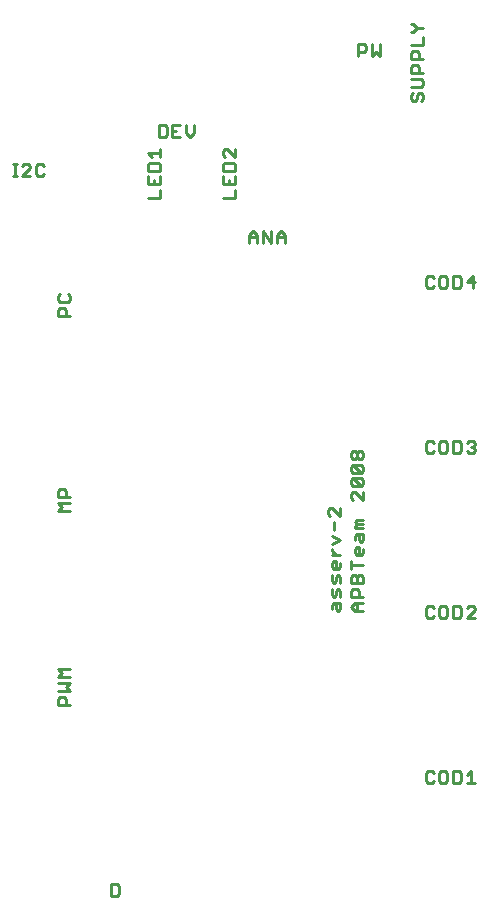
<source format=gto>
G75*
G70*
%OFA0B0*%
%FSLAX24Y24*%
%IPPOS*%
%LPD*%
%AMOC8*
5,1,8,0,0,1.08239X$1,22.5*
%
%ADD10C,0.0100*%
D10*
X005723Y009671D02*
X005723Y009871D01*
X005789Y009937D01*
X005923Y009937D01*
X005990Y009871D01*
X005990Y009671D01*
X006123Y009671D02*
X005723Y009671D01*
X005723Y010131D02*
X006123Y010131D01*
X005990Y010264D01*
X006123Y010398D01*
X005723Y010398D01*
X005723Y010591D02*
X005856Y010725D01*
X005723Y010858D01*
X006123Y010858D01*
X006123Y010591D02*
X005723Y010591D01*
X005723Y016131D02*
X005856Y016264D01*
X005723Y016398D01*
X006123Y016398D01*
X006123Y016591D02*
X005723Y016591D01*
X005723Y016791D01*
X005789Y016858D01*
X005923Y016858D01*
X005990Y016791D01*
X005990Y016591D01*
X006123Y016131D02*
X005723Y016131D01*
X005723Y022631D02*
X005723Y022831D01*
X005789Y022898D01*
X005923Y022898D01*
X005990Y022831D01*
X005990Y022631D01*
X006123Y022631D02*
X005723Y022631D01*
X005789Y023091D02*
X006056Y023091D01*
X006123Y023158D01*
X006123Y023291D01*
X006056Y023358D01*
X005789Y023358D02*
X005723Y023291D01*
X005723Y023158D01*
X005789Y023091D01*
X005190Y027302D02*
X005057Y027302D01*
X004990Y027368D01*
X004990Y027635D01*
X005057Y027702D01*
X005190Y027702D01*
X005257Y027635D01*
X005257Y027368D02*
X005190Y027302D01*
X004797Y027302D02*
X004530Y027302D01*
X004797Y027569D01*
X004797Y027635D01*
X004730Y027702D01*
X004597Y027702D01*
X004530Y027635D01*
X004356Y027702D02*
X004223Y027702D01*
X004290Y027702D02*
X004290Y027302D01*
X004356Y027302D02*
X004223Y027302D01*
X008723Y027279D02*
X008723Y027012D01*
X009123Y027012D01*
X009123Y027279D01*
X009123Y027472D02*
X009123Y027673D01*
X009056Y027739D01*
X008789Y027739D01*
X008723Y027673D01*
X008723Y027472D01*
X009123Y027472D01*
X008923Y027146D02*
X008923Y027012D01*
X009123Y026819D02*
X009123Y026552D01*
X008723Y026552D01*
X008856Y027933D02*
X008723Y028066D01*
X009123Y028066D01*
X009123Y027933D02*
X009123Y028200D01*
X009073Y028602D02*
X009273Y028602D01*
X009340Y028668D01*
X009340Y028935D01*
X009273Y029002D01*
X009073Y029002D01*
X009073Y028602D01*
X009533Y028602D02*
X009800Y028602D01*
X009994Y028735D02*
X009994Y029002D01*
X009800Y029002D02*
X009533Y029002D01*
X009533Y028602D01*
X009533Y028802D02*
X009667Y028802D01*
X009994Y028735D02*
X010127Y028602D01*
X010261Y028735D01*
X010261Y029002D01*
X011223Y028133D02*
X011223Y027999D01*
X011289Y027933D01*
X011289Y027739D02*
X011223Y027673D01*
X011223Y027472D01*
X011623Y027472D01*
X011623Y027673D01*
X011556Y027739D01*
X011289Y027739D01*
X011623Y027933D02*
X011356Y028200D01*
X011289Y028200D01*
X011223Y028133D01*
X011623Y028200D02*
X011623Y027933D01*
X011623Y027279D02*
X011623Y027012D01*
X011223Y027012D01*
X011223Y027279D01*
X011423Y027146D02*
X011423Y027012D01*
X011623Y026819D02*
X011623Y026552D01*
X011223Y026552D01*
X012225Y025452D02*
X012092Y025319D01*
X012092Y025052D01*
X012092Y025252D02*
X012359Y025252D01*
X012359Y025319D02*
X012359Y025052D01*
X012552Y025052D02*
X012552Y025452D01*
X012819Y025052D01*
X012819Y025452D01*
X013013Y025319D02*
X013013Y025052D01*
X013013Y025252D02*
X013280Y025252D01*
X013280Y025319D02*
X013280Y025052D01*
X013280Y025319D02*
X013146Y025452D01*
X013013Y025319D01*
X012359Y025319D02*
X012225Y025452D01*
X015723Y031302D02*
X015723Y031702D01*
X015923Y031702D01*
X015990Y031635D01*
X015990Y031502D01*
X015923Y031435D01*
X015723Y031435D01*
X016183Y031302D02*
X016317Y031435D01*
X016450Y031302D01*
X016450Y031702D01*
X016183Y031702D02*
X016183Y031302D01*
X017473Y031383D02*
X017473Y031183D01*
X017873Y031183D01*
X017740Y031183D02*
X017740Y031383D01*
X017673Y031450D01*
X017539Y031450D01*
X017473Y031383D01*
X017473Y031643D02*
X017873Y031643D01*
X017873Y031910D01*
X017873Y032237D02*
X017673Y032237D01*
X017539Y032370D01*
X017473Y032370D01*
X017673Y032237D02*
X017539Y032104D01*
X017473Y032104D01*
X017539Y030989D02*
X017473Y030923D01*
X017473Y030722D01*
X017873Y030722D01*
X017740Y030722D02*
X017740Y030923D01*
X017673Y030989D01*
X017539Y030989D01*
X017473Y030529D02*
X017806Y030529D01*
X017873Y030462D01*
X017873Y030329D01*
X017806Y030262D01*
X017473Y030262D01*
X017539Y030069D02*
X017473Y030002D01*
X017473Y029868D01*
X017539Y029802D01*
X017606Y029802D01*
X017673Y029868D01*
X017673Y030002D01*
X017740Y030069D01*
X017806Y030069D01*
X017873Y030002D01*
X017873Y029868D01*
X017806Y029802D01*
X018040Y023952D02*
X017973Y023885D01*
X017973Y023618D01*
X018040Y023552D01*
X018173Y023552D01*
X018240Y023618D01*
X018433Y023618D02*
X018500Y023552D01*
X018634Y023552D01*
X018700Y023618D01*
X018700Y023885D01*
X018634Y023952D01*
X018500Y023952D01*
X018433Y023885D01*
X018433Y023618D01*
X018240Y023885D02*
X018173Y023952D01*
X018040Y023952D01*
X018894Y023952D02*
X018894Y023552D01*
X019094Y023552D01*
X019161Y023618D01*
X019161Y023885D01*
X019094Y023952D01*
X018894Y023952D01*
X019354Y023752D02*
X019621Y023752D01*
X019554Y023552D02*
X019554Y023952D01*
X019354Y023752D01*
X019421Y018452D02*
X019554Y018452D01*
X019621Y018385D01*
X019621Y018319D01*
X019554Y018252D01*
X019621Y018185D01*
X019621Y018118D01*
X019554Y018052D01*
X019421Y018052D01*
X019354Y018118D01*
X019488Y018252D02*
X019554Y018252D01*
X019354Y018385D02*
X019421Y018452D01*
X019161Y018385D02*
X019161Y018118D01*
X019094Y018052D01*
X018894Y018052D01*
X018894Y018452D01*
X019094Y018452D01*
X019161Y018385D01*
X018700Y018385D02*
X018700Y018118D01*
X018634Y018052D01*
X018500Y018052D01*
X018433Y018118D01*
X018433Y018385D01*
X018500Y018452D01*
X018634Y018452D01*
X018700Y018385D01*
X018240Y018385D02*
X018173Y018452D01*
X018040Y018452D01*
X017973Y018385D01*
X017973Y018118D01*
X018040Y018052D01*
X018173Y018052D01*
X018240Y018118D01*
X015873Y018066D02*
X015873Y017932D01*
X015806Y017866D01*
X015740Y017866D01*
X015673Y017932D01*
X015673Y018066D01*
X015740Y018133D01*
X015806Y018133D01*
X015873Y018066D01*
X015673Y018066D02*
X015606Y018133D01*
X015539Y018133D01*
X015473Y018066D01*
X015473Y017932D01*
X015539Y017866D01*
X015606Y017866D01*
X015673Y017932D01*
X015539Y017672D02*
X015806Y017672D01*
X015873Y017605D01*
X015873Y017472D01*
X015806Y017405D01*
X015539Y017672D01*
X015473Y017605D01*
X015473Y017472D01*
X015539Y017405D01*
X015806Y017405D01*
X015806Y017212D02*
X015873Y017145D01*
X015873Y017012D01*
X015806Y016945D01*
X015539Y017212D01*
X015806Y017212D01*
X015806Y016945D02*
X015539Y016945D01*
X015473Y017012D01*
X015473Y017145D01*
X015539Y017212D01*
X015539Y016751D02*
X015473Y016685D01*
X015473Y016551D01*
X015539Y016485D01*
X015539Y016751D02*
X015606Y016751D01*
X015873Y016485D01*
X015873Y016751D01*
X015873Y015831D02*
X015673Y015831D01*
X015606Y015764D01*
X015673Y015697D01*
X015873Y015697D01*
X015873Y015564D02*
X015606Y015564D01*
X015606Y015631D01*
X015673Y015697D01*
X015673Y015370D02*
X015873Y015370D01*
X015873Y015170D01*
X015806Y015104D01*
X015740Y015170D01*
X015740Y015370D01*
X015673Y015370D02*
X015606Y015304D01*
X015606Y015170D01*
X015673Y014910D02*
X015740Y014910D01*
X015740Y014643D01*
X015806Y014643D02*
X015673Y014643D01*
X015606Y014710D01*
X015606Y014843D01*
X015673Y014910D01*
X015873Y014843D02*
X015873Y014710D01*
X015806Y014643D01*
X015873Y014316D02*
X015473Y014316D01*
X015473Y014183D02*
X015473Y014450D01*
X015123Y014383D02*
X015123Y014249D01*
X015056Y014183D01*
X014923Y014183D01*
X014856Y014249D01*
X014856Y014383D01*
X014923Y014450D01*
X014990Y014450D01*
X014990Y014183D01*
X015056Y013989D02*
X014990Y013923D01*
X014990Y013789D01*
X014923Y013722D01*
X014856Y013789D01*
X014856Y013989D01*
X015056Y013989D02*
X015123Y013923D01*
X015123Y013722D01*
X015056Y013529D02*
X014990Y013462D01*
X014990Y013329D01*
X014923Y013262D01*
X014856Y013329D01*
X014856Y013529D01*
X015056Y013529D02*
X015123Y013462D01*
X015123Y013262D01*
X015123Y013069D02*
X014923Y013069D01*
X014856Y013002D01*
X014856Y012868D01*
X014990Y012868D02*
X014990Y013069D01*
X015123Y013069D02*
X015123Y012868D01*
X015056Y012802D01*
X014990Y012868D01*
X015473Y012935D02*
X015606Y013069D01*
X015873Y013069D01*
X015873Y013262D02*
X015473Y013262D01*
X015473Y013462D01*
X015539Y013529D01*
X015673Y013529D01*
X015740Y013462D01*
X015740Y013262D01*
X015673Y013069D02*
X015673Y012802D01*
X015606Y012802D02*
X015473Y012935D01*
X015606Y012802D02*
X015873Y012802D01*
X015873Y013722D02*
X015473Y013722D01*
X015473Y013923D01*
X015539Y013989D01*
X015606Y013989D01*
X015673Y013923D01*
X015673Y013722D01*
X015873Y013722D02*
X015873Y013923D01*
X015806Y013989D01*
X015740Y013989D01*
X015673Y013923D01*
X015123Y014643D02*
X014856Y014643D01*
X014856Y014777D02*
X014856Y014843D01*
X014856Y014777D02*
X014990Y014643D01*
X014856Y015027D02*
X015123Y015160D01*
X014856Y015294D01*
X014923Y015487D02*
X014923Y015754D01*
X014789Y015947D02*
X014723Y016014D01*
X014723Y016148D01*
X014789Y016214D01*
X014856Y016214D01*
X015123Y015947D01*
X015123Y016214D01*
X018040Y012952D02*
X017973Y012885D01*
X017973Y012618D01*
X018040Y012552D01*
X018173Y012552D01*
X018240Y012618D01*
X018433Y012618D02*
X018500Y012552D01*
X018634Y012552D01*
X018700Y012618D01*
X018700Y012885D01*
X018634Y012952D01*
X018500Y012952D01*
X018433Y012885D01*
X018433Y012618D01*
X018240Y012885D02*
X018173Y012952D01*
X018040Y012952D01*
X018894Y012952D02*
X018894Y012552D01*
X019094Y012552D01*
X019161Y012618D01*
X019161Y012885D01*
X019094Y012952D01*
X018894Y012952D01*
X019354Y012885D02*
X019421Y012952D01*
X019554Y012952D01*
X019621Y012885D01*
X019621Y012819D01*
X019354Y012552D01*
X019621Y012552D01*
X019488Y007452D02*
X019354Y007319D01*
X019488Y007452D02*
X019488Y007052D01*
X019621Y007052D02*
X019354Y007052D01*
X019161Y007118D02*
X019161Y007385D01*
X019094Y007452D01*
X018894Y007452D01*
X018894Y007052D01*
X019094Y007052D01*
X019161Y007118D01*
X018700Y007118D02*
X018700Y007385D01*
X018634Y007452D01*
X018500Y007452D01*
X018433Y007385D01*
X018433Y007118D01*
X018500Y007052D01*
X018634Y007052D01*
X018700Y007118D01*
X018240Y007118D02*
X018173Y007052D01*
X018040Y007052D01*
X017973Y007118D01*
X017973Y007385D01*
X018040Y007452D01*
X018173Y007452D01*
X018240Y007385D01*
X007740Y003635D02*
X007740Y003368D01*
X007673Y003302D01*
X007473Y003302D01*
X007473Y003702D01*
X007673Y003702D01*
X007740Y003635D01*
M02*

</source>
